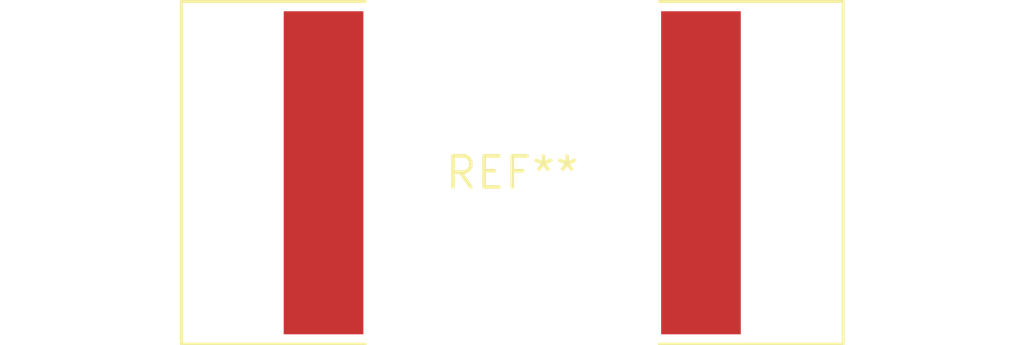
<source format=kicad_pcb>
(kicad_pcb (version 20240108) (generator pcbnew)
  (layers (0 "F.Cu" signal) (31 "B.Cu" signal) (34 "B.Paste" user) (35 "F.Paste" user) (36 "B.SilkS" user "B.Silkscreen") (37 "F.SilkS" user "F.Silkscreen") (38 "B.Mask" user) (39 "F.Mask" user) (44 "Edge.Cuts" user))
  (net 0 "")
  (footprint "Heatsink_Fischer_FK24413D2PAK_26x13mm" (layer "F.Cu") (at 0 0)
    (property "Reference" "REF**")
    (property "Value" "Heatsink_Fischer_FK24413D2PAK_26x13mm")
    (fp_line (start -13.5 -7) (end -6 -7) (layer "F.SilkS") (stroke (width 0.12)))
    (fp_line (start -13.5 7) (end -13.5 -7) (layer "F.SilkS") (stroke (width 0.12)))
    (fp_line (start -13.5 7) (end -6 7) (layer "F.SilkS") (stroke (width 0.12)))
    (fp_line (start 6 -7) (end 13.5 -7) (layer "F.SilkS") (stroke (width 0.12)))
    (fp_line (start 6 7) (end 13.5 7) (layer "F.SilkS") (stroke (width 0.12)))
    (fp_line (start 13.5 -7) (end 13.5 7) (layer "F.SilkS") (stroke (width 0.12)))
    (pad "1" smd rect (at -7.7 0 180) (size 3.25 13.2) (layers "F.Cu" "F.Paste" "F.Mask"))
    (pad "1" smd rect (at 7.7 0) (size 3.25 13.2) (layers "F.Cu" "F.Paste" "F.Mask"))
  )
)
</source>
